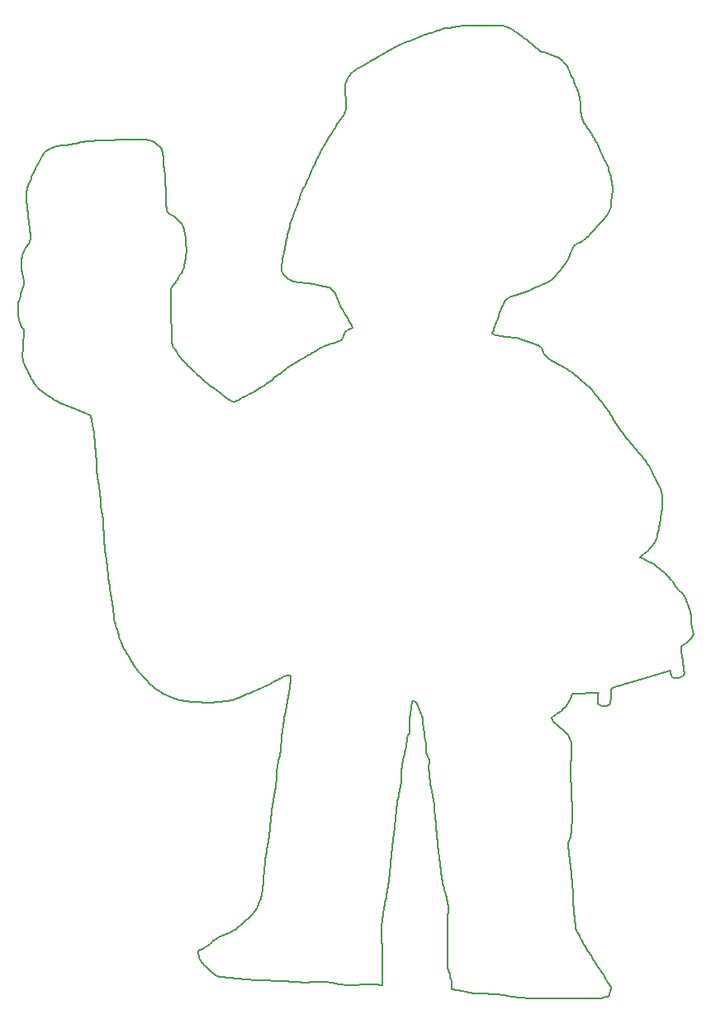
<source format=gm1>
G04 #@! TF.GenerationSoftware,KiCad,Pcbnew,8.0.4-1.fc40*
G04 #@! TF.CreationDate,2024-09-16T09:24:30-07:00*
G04 #@! TF.ProjectId,mrfixit,6d726669-7869-4742-9e6b-696361645f70,rev?*
G04 #@! TF.SameCoordinates,Original*
G04 #@! TF.FileFunction,Profile,NP*
%FSLAX46Y46*%
G04 Gerber Fmt 4.6, Leading zero omitted, Abs format (unit mm)*
G04 Created by KiCad (PCBNEW 8.0.4-1.fc40) date 2024-09-16 09:24:30*
%MOMM*%
%LPD*%
G01*
G04 APERTURE LIST*
G04 #@! TA.AperFunction,Profile*
%ADD10C,0.200000*%
G04 #@! TD*
%ADD11C,0.200000*%
G04 APERTURE END LIST*
D10*
X164618220Y-104704375D02*
X158583845Y-106468265D01*
X157241722Y-106998061D02*
X154522514Y-107055878D01*
D11*
X158123829Y-52911594D02*
X158156495Y-52988918D01*
X125839644Y-64763846D02*
X125637577Y-64683957D01*
X125456084Y-64565201D01*
X125284382Y-64420668D01*
X125231385Y-64373774D01*
X152408795Y-109555468D02*
X152501771Y-109759012D01*
X152625193Y-109931363D01*
X152764739Y-110079240D01*
X152801998Y-110104550D01*
X125231385Y-64373774D02*
X125069418Y-64224037D01*
X124924234Y-64069906D01*
X124807783Y-63898478D01*
X124801382Y-63885707D01*
X130248502Y-136786570D02*
X130034295Y-136736860D01*
X129835985Y-136696328D01*
X129634567Y-136660806D01*
X129528951Y-136646158D01*
D10*
X146446817Y-69911892D02*
X146380700Y-70150242D01*
D11*
X122624133Y-136471803D02*
X122389294Y-136470201D01*
X122187449Y-136465072D01*
X121968201Y-136452679D01*
X121756443Y-136425115D01*
X121742189Y-136421998D01*
X119993112Y-131244023D02*
X120155975Y-131114372D01*
X120313434Y-130980861D01*
X120465662Y-130848091D01*
X120575196Y-130750469D01*
X158392426Y-136944055D02*
X158519671Y-137107899D01*
X158518609Y-137326995D01*
X158454885Y-137557762D01*
X158428545Y-137645542D01*
X135048109Y-130492418D02*
X135029855Y-130727129D01*
X135019751Y-130931904D01*
X135012706Y-131154940D01*
X135008708Y-131390499D01*
X135007743Y-131632845D01*
X135009799Y-131876240D01*
X135014862Y-132114947D01*
X135022920Y-132343228D01*
X135033959Y-132555347D01*
X135053295Y-132803115D01*
X98148508Y-63870425D02*
X98100181Y-63651488D01*
X98072640Y-63446548D01*
X98057038Y-63229630D01*
X98053719Y-63008677D01*
X98063025Y-62791629D01*
X98085300Y-62586428D01*
X98091342Y-62547509D01*
X161989490Y-92654295D02*
X161824330Y-92781822D01*
X161653800Y-92924213D01*
X161515596Y-93071691D01*
X161513887Y-93095509D01*
X123285846Y-122784307D02*
X123333751Y-122537222D01*
X123374457Y-122320951D01*
X123419221Y-122067906D01*
X123455235Y-121839357D01*
X123484810Y-121617997D01*
X123510258Y-121386521D01*
X123533892Y-121127623D01*
X123551818Y-120905042D01*
X123571000Y-120650000D01*
X98227038Y-69604144D02*
X98108722Y-69433674D01*
X98013256Y-69236368D01*
X97924589Y-69000656D01*
X97861042Y-68791879D01*
X97806115Y-68571288D01*
X97761708Y-68344556D01*
X97729718Y-68117355D01*
X154574322Y-61487578D02*
X154501521Y-61684554D01*
X154414777Y-61897030D01*
X154318778Y-62114867D01*
X154218213Y-62327926D01*
X154117770Y-62526067D01*
X154004004Y-62729869D01*
X153986286Y-62759098D01*
D10*
X119521707Y-77001336D02*
X119813222Y-77138708D01*
D11*
X166930404Y-101170566D02*
X166781605Y-101352640D01*
X166634024Y-101494718D01*
X166463267Y-101645401D01*
X166287644Y-101788403D01*
X166125463Y-101907439D01*
X166042224Y-101960582D01*
X113082815Y-57715845D02*
X113234544Y-57852621D01*
X113404213Y-57957532D01*
D10*
X145348222Y-38573721D02*
X147417023Y-38565326D01*
D11*
X108827039Y-102862200D02*
X108710085Y-102672096D01*
X108599261Y-102475713D01*
X108499573Y-102287422D01*
X108399557Y-102087794D01*
X108385366Y-102058574D01*
X138599717Y-108081519D02*
X138443846Y-107938495D01*
X138262541Y-107831518D01*
X138156540Y-107826552D01*
D10*
X146380700Y-70150242D02*
X146475527Y-70198128D01*
D11*
X156936065Y-134690496D02*
X157055247Y-134893123D01*
X157177503Y-135087287D01*
X157304672Y-135275682D01*
X157438594Y-135461001D01*
X157581107Y-135645937D01*
X157630839Y-135707964D01*
X120976467Y-136335604D02*
X120757786Y-136319845D01*
X120547875Y-136303100D01*
X120332685Y-136284690D01*
X120126866Y-136265866D01*
X119918134Y-136245055D01*
X165596594Y-96538389D02*
X165767242Y-96675162D01*
X165897742Y-96837334D01*
X166022235Y-97025220D01*
X166049608Y-97072892D01*
X105806907Y-83978750D02*
X105798387Y-83753923D01*
X105788377Y-83531317D01*
X105777410Y-83320257D01*
X105763742Y-83095357D01*
X105748260Y-82892460D01*
X105740173Y-82814584D01*
X141767415Y-131229344D02*
X141763986Y-131000755D01*
X141762754Y-130788656D01*
X141764408Y-130542762D01*
X141769737Y-130313494D01*
X141778876Y-130095779D01*
X141791957Y-129884539D01*
X141805353Y-129716798D01*
X98203095Y-72127677D02*
X98211505Y-71925576D01*
X98222960Y-71657999D01*
X98233299Y-71428725D01*
X98245885Y-71174083D01*
X98257775Y-70967069D01*
X98272782Y-70757464D01*
X98292902Y-70547892D01*
X98313118Y-70381411D01*
X154434479Y-113506192D02*
X154427668Y-113829717D01*
X154421889Y-114126563D01*
X154417154Y-114398746D01*
X154413480Y-114648284D01*
X154410881Y-114877192D01*
X154409372Y-115087490D01*
X154409186Y-115372453D01*
X154411537Y-115626888D01*
X154416477Y-115857603D01*
X154424055Y-116071405D01*
X154434323Y-116275102D01*
X154447331Y-116475504D01*
X154457551Y-116610636D01*
X163693028Y-88692284D02*
X163652003Y-88899245D01*
X163615739Y-89110776D01*
X163590290Y-89270348D01*
X118789244Y-107861874D02*
X118581041Y-107881567D01*
X118365148Y-107905268D01*
X118171883Y-107931797D01*
X158687365Y-55474237D02*
X158673508Y-55676520D01*
X158644892Y-55885875D01*
X158618008Y-56031186D01*
X161513887Y-93095509D02*
X161705691Y-93191497D01*
X161893076Y-93279956D01*
X161934422Y-93299214D01*
X111486720Y-50440855D02*
X111701519Y-50550582D01*
X111896404Y-50675441D01*
X112071085Y-50815159D01*
X112225271Y-50969467D01*
X112358675Y-51138094D01*
X112471006Y-51320769D01*
X112509974Y-51397712D01*
X114358138Y-64083272D02*
X114240098Y-64251226D01*
X114133535Y-64424435D01*
X114038759Y-64613608D01*
X114026720Y-64661257D01*
X154522514Y-107055878D02*
X154461602Y-107309259D01*
X154381340Y-107549285D01*
X154280258Y-107777750D01*
X154156888Y-107996451D01*
X154009761Y-108207183D01*
X153837409Y-108411741D01*
X153638363Y-108611921D01*
X153411155Y-108809519D01*
X153243312Y-108940702D01*
X153061864Y-109072068D01*
X152866377Y-109204148D01*
X152656416Y-109337475D01*
X124324809Y-114352917D02*
X124374709Y-114157278D01*
X124439670Y-113899141D01*
X124493822Y-113677834D01*
X124551265Y-113429245D01*
X124594426Y-113220204D01*
X124632589Y-112991944D01*
X124658347Y-112773390D01*
X124677209Y-112535605D01*
X124680639Y-112483194D01*
X113989326Y-72037231D02*
X114089004Y-72215315D01*
X114195713Y-72385474D01*
X114312090Y-72550898D01*
X114440773Y-72714777D01*
X114584397Y-72880302D01*
X114745602Y-73050663D01*
X114927023Y-73229049D01*
X115077942Y-73370026D01*
X115131298Y-73418653D01*
X130003923Y-71156254D02*
X130231971Y-71092142D01*
X130454107Y-71018978D01*
X130653652Y-70933567D01*
X130837974Y-70813505D01*
X130915516Y-70737109D01*
X154330763Y-43403640D02*
X154411936Y-43599873D01*
X154499690Y-43792665D01*
X154507494Y-43809335D01*
X106339656Y-88659002D02*
X106292324Y-88444909D01*
X106256315Y-88222935D01*
X106236317Y-88011327D01*
X106224668Y-87790626D01*
X106218449Y-87612363D01*
X99763558Y-75687820D02*
X99625423Y-75532286D01*
X99500020Y-75374654D01*
X99377282Y-75199282D01*
X99247139Y-74990528D01*
X99130928Y-74788980D01*
X99033331Y-74612410D01*
X98924369Y-74410309D01*
X98844341Y-74259723D01*
X113739195Y-58168634D02*
X113901235Y-58288742D01*
X113920105Y-58296536D01*
X154102142Y-122510463D02*
X154122354Y-122719095D01*
X154147841Y-122937163D01*
X154175081Y-123160012D01*
X154199999Y-123358472D01*
X154227077Y-123569681D01*
X154241249Y-123678569D01*
X131290722Y-45750241D02*
X131259298Y-45543317D01*
X131246056Y-45320727D01*
X131250207Y-45088873D01*
X131270964Y-44854157D01*
X131307538Y-44622983D01*
X131359140Y-44401751D01*
X131424984Y-44196866D01*
X131504280Y-44014729D01*
X127749777Y-72196833D02*
X127938188Y-72083160D01*
X128113782Y-71978965D01*
X128356177Y-71839037D01*
X128577546Y-71716825D01*
X128782573Y-71610165D01*
X128975945Y-71516894D01*
X129162350Y-71434848D01*
X129408152Y-71339176D01*
X129661008Y-71254486D01*
X129861962Y-71195090D01*
X130003923Y-71156254D01*
D10*
X139868281Y-114266197D02*
X139926476Y-113955635D01*
D11*
X98716164Y-57697867D02*
X98704071Y-57491483D01*
X98684986Y-57286026D01*
X98663187Y-57084711D01*
X98645609Y-56938342D01*
X103690331Y-50637357D02*
X103958895Y-50581672D01*
X104194591Y-50534956D01*
X104406144Y-50496226D01*
X104665735Y-50455315D01*
X104918589Y-50424531D01*
X105185385Y-50401551D01*
X105407070Y-50388036D01*
X105656952Y-50376622D01*
X105943754Y-50366325D01*
X106159775Y-50359598D01*
X120025798Y-77084246D02*
X120221142Y-77011955D01*
X120407154Y-76914130D01*
X120440253Y-76892695D01*
X105401405Y-79614252D02*
X105352751Y-79403396D01*
X105309900Y-79194691D01*
X105271468Y-78982110D01*
X105263091Y-78928585D01*
X156652175Y-59689932D02*
X156505267Y-59856359D01*
X156361521Y-60009999D01*
X156219762Y-60151789D01*
X156031807Y-60324022D01*
X155842505Y-60479064D01*
X155649067Y-60619131D01*
X155448705Y-60746440D01*
X155238632Y-60863206D01*
X155073028Y-60945195D01*
X166551139Y-98316582D02*
X166600344Y-98433319D01*
X155408646Y-46919377D02*
X155420828Y-47147116D01*
X155433360Y-47350064D01*
X155454986Y-47614140D01*
X155482988Y-47838219D01*
X155536038Y-48091139D01*
X155614332Y-48312234D01*
X155725819Y-48523950D01*
X155878448Y-48748734D01*
X156024702Y-48939401D01*
X156201923Y-49159515D01*
X127997472Y-53088273D02*
X128101321Y-52857259D01*
X128204929Y-52631831D01*
X128308772Y-52411102D01*
X128413331Y-52194183D01*
X128519085Y-51980188D01*
X128626512Y-51768228D01*
X128736091Y-51557416D01*
X128848301Y-51346864D01*
X128963621Y-51135684D01*
X129082529Y-50922989D01*
X129205506Y-50707890D01*
X129333029Y-50489502D01*
X129465578Y-50266934D01*
X129603632Y-50039301D01*
X129747669Y-49805714D01*
X129898169Y-49565286D01*
X157630839Y-135707964D02*
X157745480Y-135873022D01*
X157860483Y-136062912D01*
X157963280Y-136247490D01*
X158010789Y-136338562D01*
X106091922Y-86254167D02*
X106059972Y-86028770D01*
X106031751Y-85818977D01*
X106005535Y-85609963D01*
X105984424Y-85403322D01*
X105983824Y-85386566D01*
X142189616Y-136983531D02*
X142181840Y-136757178D01*
X142156049Y-136547603D01*
X142107129Y-136319980D01*
X142055328Y-136116882D01*
X141984593Y-135855089D01*
X141917269Y-135611142D01*
X141891854Y-135519502D01*
X141805353Y-129716798D02*
X141821382Y-129516290D01*
X141834757Y-129278366D01*
X141838292Y-129065413D01*
X141827709Y-128819961D01*
X141799068Y-128580349D01*
X141762152Y-128380478D01*
X141711961Y-128163111D01*
X141665148Y-127982927D01*
X142848664Y-38646243D02*
X143049938Y-38630072D01*
X143143362Y-38613586D01*
X156329883Y-133720356D02*
X156459152Y-133919346D01*
X156568851Y-134091115D01*
X156695595Y-134292743D01*
X156809073Y-134476785D01*
X156913505Y-134651356D01*
X156936065Y-134690496D01*
X157623270Y-51787710D02*
X157707439Y-51976037D01*
X157799163Y-52176408D01*
X157885600Y-52362499D01*
X157927278Y-52451219D01*
X156707467Y-76097509D02*
X156948627Y-76394073D01*
X157162488Y-76657642D01*
X157351383Y-76891365D01*
X157517646Y-77098390D01*
X157663613Y-77281864D01*
X157791618Y-77444937D01*
X157955051Y-77658178D01*
X158091199Y-77843223D01*
X158207941Y-78010697D01*
X158347025Y-78225027D01*
X158484289Y-78452193D01*
X158597277Y-78646142D01*
X113725743Y-71631535D02*
X113850201Y-71801641D01*
X113956953Y-71978018D01*
X113989326Y-72037231D01*
X139551172Y-112516370D02*
X139544841Y-112298832D01*
X139531350Y-112076744D01*
X139502189Y-111869907D01*
X139465400Y-111727726D01*
D10*
X116205016Y-133420554D02*
X116673397Y-133191568D01*
D11*
X158597277Y-78646142D02*
X158741052Y-78889456D01*
X158891450Y-79133596D01*
X159047862Y-79377705D01*
X159209678Y-79620926D01*
X159376289Y-79862403D01*
X159547086Y-80101278D01*
X159721461Y-80336695D01*
X159898803Y-80567797D01*
X160078506Y-80793727D01*
X160259958Y-81013629D01*
X160381598Y-81156458D01*
X110677998Y-105445277D02*
X110543176Y-105285813D01*
X110406871Y-105137078D01*
X110396381Y-105125999D01*
X151097226Y-41034431D02*
X151280549Y-41159456D01*
X151464978Y-41243116D01*
X151663325Y-41314773D01*
X151824497Y-41364333D01*
X107561542Y-99342223D02*
X107546505Y-99132193D01*
X107526122Y-98896119D01*
X107501829Y-98646838D01*
X107475066Y-98397187D01*
X107447270Y-98160000D01*
X107419882Y-97948115D01*
X107388409Y-97738393D01*
X107372079Y-97651594D01*
X155548529Y-132419343D02*
X155652330Y-132627391D01*
X155768020Y-132825626D01*
X155882643Y-133015201D01*
X156011683Y-133223661D01*
X156150343Y-133443016D01*
X156293822Y-133665274D01*
X156329883Y-133720356D01*
X154927488Y-44758438D02*
X155006735Y-44942091D01*
X155075722Y-45133364D01*
X155146380Y-45356451D01*
X155192852Y-45508266D01*
X137662830Y-40200901D02*
X137864547Y-40153138D01*
X138039023Y-40112036D01*
X158428545Y-137645542D02*
X158372950Y-137839345D01*
X158335475Y-138000404D01*
X121634457Y-129869999D02*
X121768545Y-129714828D01*
X121907435Y-129527656D01*
X122046743Y-129316246D01*
X122182081Y-129088365D01*
X122278343Y-128911315D01*
X122396184Y-128673292D01*
X122497996Y-128440150D01*
X122579394Y-128219656D01*
X122596040Y-128167419D01*
X163308618Y-94088220D02*
X163468830Y-94230079D01*
X163624191Y-94360062D01*
X163791234Y-94493132D01*
X163821179Y-94516009D01*
X149587125Y-39820348D02*
X149750277Y-39937269D01*
X149869348Y-40033070D01*
X130335523Y-48865453D02*
X130450141Y-48682847D01*
X130563820Y-48506389D01*
X130686633Y-48319021D01*
X130811662Y-48131214D01*
X130931990Y-47953440D01*
X131060439Y-47768098D01*
X110463664Y-50233735D02*
X110669564Y-50250723D01*
X110874416Y-50271248D01*
X111090662Y-50304223D01*
X111286129Y-50357908D01*
X111486720Y-50440855D01*
X143143362Y-38613586D02*
X143359398Y-38600681D01*
X143573819Y-38594554D01*
X143847118Y-38588863D01*
X144085290Y-38584978D01*
X144347679Y-38581500D01*
X144630470Y-38578496D01*
X144929846Y-38576036D01*
X145136761Y-38574732D01*
X145348222Y-38573721D01*
X129898169Y-49565286D02*
X130006333Y-49393320D01*
X130115741Y-49218740D01*
X130229970Y-49035752D01*
X130335523Y-48865453D01*
X130592126Y-66886675D02*
X130505222Y-66659655D01*
X130410346Y-66438328D01*
X130311171Y-66229863D01*
X130211370Y-66041430D01*
X130095955Y-65851851D01*
X129991276Y-65713835D01*
X105909892Y-85051429D02*
X105859780Y-84850742D01*
X105836461Y-84630112D01*
X105822563Y-84385217D01*
X105813752Y-84171054D01*
X105806907Y-83978750D01*
X140873925Y-123507418D02*
X140842514Y-123276262D01*
X140813753Y-123029308D01*
X140788147Y-122793926D01*
X140761097Y-122533078D01*
X140740342Y-122325255D01*
X140719561Y-122110514D01*
X140699091Y-121892029D01*
X140679268Y-121672975D01*
X154172695Y-138330234D02*
X153829042Y-138329802D01*
X153494128Y-138329306D01*
X153169725Y-138328751D01*
X152857606Y-138328143D01*
X152559542Y-138327487D01*
X152277307Y-138326790D01*
X152012673Y-138326058D01*
X151767413Y-138325295D01*
X151543298Y-138324509D01*
X151342102Y-138323705D01*
X151087158Y-138322478D01*
X150843990Y-138320833D01*
X150715475Y-138318830D01*
X165848893Y-105301209D02*
X165678151Y-105408854D01*
X165478058Y-105460984D01*
X165397543Y-105472495D01*
X137876579Y-110701154D02*
X137898601Y-110901428D01*
X137840551Y-111099811D01*
X137804938Y-111163704D01*
X141665148Y-127982927D02*
X141586315Y-127689082D01*
X141516241Y-127425486D01*
X141454172Y-127188296D01*
X141399356Y-126973671D01*
X141351037Y-126777768D01*
X141289093Y-126510615D01*
X141237531Y-126263977D01*
X141193806Y-126024890D01*
X141155375Y-125780386D01*
X141119695Y-125517500D01*
X141084221Y-125223266D01*
X141059431Y-125003292D01*
X141032849Y-124759781D01*
X139391327Y-111200467D02*
X139380790Y-110991555D01*
X139349898Y-110791153D01*
X139318527Y-110666197D01*
X115131298Y-73418653D02*
X115283769Y-73558156D01*
X115458827Y-73720556D01*
X115609022Y-73861196D01*
X115763194Y-74006607D01*
X115916683Y-74152395D01*
X116064833Y-74294167D01*
X116235417Y-74459042D01*
X116266859Y-74489686D01*
X154091524Y-111331957D02*
X154196593Y-111506972D01*
X154294804Y-111686779D01*
X154377774Y-111861124D01*
X119918134Y-136245055D02*
X119708875Y-136223367D01*
X119501862Y-136202549D01*
X119284918Y-136181207D01*
X119072812Y-136160796D01*
X118851175Y-136140098D01*
X106682691Y-92748600D02*
X106639396Y-92544180D01*
X106613606Y-92314231D01*
X106599126Y-92077458D01*
X106590678Y-91876122D01*
X106582505Y-91631995D01*
X106580435Y-91563473D01*
X105740173Y-82814584D02*
X105715144Y-82587741D01*
X105688961Y-82324594D01*
X105666905Y-82092610D01*
X105643615Y-81840250D01*
X105619848Y-81575882D01*
X105596359Y-81307878D01*
X105573903Y-81044606D01*
X105553237Y-80794436D01*
X105535115Y-80565740D01*
X105524822Y-80429338D01*
X154241249Y-123678569D02*
X154270629Y-123903783D01*
X154297058Y-124107889D01*
X154331820Y-124380507D01*
X154361621Y-124621156D01*
X154387468Y-124839147D01*
X154410370Y-125043795D01*
X154431335Y-125244412D01*
X154451371Y-125450313D01*
X154471485Y-125670811D01*
X154492687Y-125915218D01*
X154515984Y-126192849D01*
X154524390Y-126294386D01*
X154518799Y-119662163D02*
X154519172Y-119911333D01*
X154517514Y-120143247D01*
X154513693Y-120358969D01*
X154507578Y-120559563D01*
X154493812Y-120834422D01*
X154474140Y-121081236D01*
X154448115Y-121303599D01*
X154415292Y-121505106D01*
X154360183Y-121747552D01*
X154291138Y-121967830D01*
X154207102Y-122174461D01*
X139245671Y-110137141D02*
X139236752Y-109935953D01*
X139213899Y-109721291D01*
X139193760Y-109600069D01*
X139799616Y-113713461D02*
X139706603Y-113520325D01*
X139631413Y-113306804D01*
X139590179Y-113108127D01*
X139565437Y-112871200D01*
X139554040Y-112628280D01*
X139551172Y-112516370D01*
X147953556Y-70503063D02*
X148162398Y-70520069D01*
X148378979Y-70542926D01*
X148583907Y-70569244D01*
X148799055Y-70604318D01*
X148835751Y-70611842D01*
X112811549Y-53888596D02*
X112832468Y-54116040D01*
X112840648Y-54327282D01*
X112846186Y-54539938D01*
X112850217Y-54777009D01*
X112851779Y-54927509D01*
X123456674Y-106126103D02*
X123268798Y-106235727D01*
X123087223Y-106333454D01*
X122896399Y-106426081D01*
X122698203Y-106505619D01*
X98091342Y-62547509D02*
X98141388Y-62308459D01*
X98197109Y-62110844D01*
X98264589Y-61912833D01*
X98341814Y-61719289D01*
X98426769Y-61535079D01*
X98540768Y-61325352D01*
X98659765Y-61147310D01*
X98683819Y-61116341D01*
X151628428Y-65052006D02*
X151431173Y-65130164D01*
X151245682Y-65211545D01*
X151051366Y-65306232D01*
X151023561Y-65321239D01*
X106159775Y-50359598D02*
X106395848Y-50352337D01*
X106627219Y-50344852D01*
X106848027Y-50337358D01*
X107052413Y-50330069D01*
X107275873Y-50321573D01*
X107481950Y-50312835D01*
X107588525Y-50307259D01*
X112772543Y-53765124D02*
X112811549Y-53888596D01*
X127732161Y-136644306D02*
X127496511Y-136662766D01*
X127284668Y-136666864D01*
X127035423Y-136664588D01*
X126827240Y-136658797D01*
X126603410Y-136649584D01*
X126366246Y-136637018D01*
X126118058Y-136621168D01*
X125861158Y-136602105D01*
X125597857Y-136579899D01*
X121981883Y-106794618D02*
X121719698Y-106911254D01*
X121445462Y-107029430D01*
X121258912Y-107107919D01*
X121071460Y-107185367D01*
X120884888Y-107261085D01*
X120610576Y-107369908D01*
X120348265Y-107470956D01*
X120103969Y-107561901D01*
X119883701Y-107640415D01*
X119693475Y-107704169D01*
X119496964Y-107762191D01*
X119459522Y-107771303D01*
X157170417Y-107608794D02*
X157188771Y-107400348D01*
X157212606Y-107186294D01*
X157241722Y-106998061D01*
X100011672Y-52314761D02*
X100105173Y-52127704D01*
X100216300Y-51919863D01*
X100343954Y-51715034D01*
X100472720Y-51555951D01*
X100649256Y-51402303D01*
X100831837Y-51286028D01*
X101011626Y-51188878D01*
X166943262Y-100717985D02*
X166976445Y-100923348D01*
X166944892Y-101129161D01*
X166930404Y-101170566D01*
X126443169Y-56727202D02*
X126507147Y-56507163D01*
X126571346Y-56302663D01*
X126636827Y-56106551D01*
X126705414Y-55916641D01*
X126720513Y-55877951D01*
X138039023Y-40112036D02*
X138237416Y-40044218D01*
X138424480Y-39952447D01*
X138457509Y-39932338D01*
X140679268Y-121672975D02*
X140649062Y-121332675D01*
X140620895Y-121015087D01*
X140594642Y-120719161D01*
X140570179Y-120443847D01*
X140547383Y-120188095D01*
X140526130Y-119950854D01*
X140506296Y-119731074D01*
X140487756Y-119527706D01*
X140454068Y-119166003D01*
X140424074Y-118857343D01*
X140396784Y-118593326D01*
X140371208Y-118365550D01*
X140346355Y-118165615D01*
X140308265Y-117899536D01*
X140266230Y-117648843D01*
X140216907Y-117385182D01*
X140178325Y-117188202D01*
X140134028Y-116964456D01*
X140109427Y-116839921D01*
X124397963Y-74383006D02*
X124632676Y-74202069D01*
X124856767Y-74032952D01*
X125072975Y-73873806D01*
X125284040Y-73722780D01*
X125492703Y-73578024D01*
X125701702Y-73437689D01*
X125913779Y-73299924D01*
X126131673Y-73162879D01*
X126358123Y-73024705D01*
X126595870Y-72883552D01*
X126761997Y-72786881D01*
X152656416Y-109337475D02*
X152488357Y-109453911D01*
X152408795Y-109555468D01*
X139318527Y-110666197D02*
X139272095Y-110460333D01*
X139249361Y-110256973D01*
X139245671Y-110137141D01*
X166600344Y-98433319D02*
X166643332Y-98640293D01*
X166675560Y-98787125D01*
X139830527Y-114658209D02*
X139839302Y-114453484D01*
X139868281Y-114266197D01*
X166042224Y-101960582D02*
X165870125Y-102089385D01*
X165750084Y-102251327D01*
X165709158Y-102425357D01*
X123923544Y-117933611D02*
X123973452Y-117654364D01*
X124017540Y-117405751D01*
X124056222Y-117184493D01*
X124089911Y-116987309D01*
X124131991Y-116729503D01*
X124165168Y-116507421D01*
X124197974Y-116247756D01*
X124220752Y-116005696D01*
X124236819Y-115755008D01*
X124246457Y-115545550D01*
X124255583Y-115305417D01*
X107696610Y-99941944D02*
X107630795Y-99743394D01*
X107584519Y-99542603D01*
X107561542Y-99342223D01*
X148645864Y-39141100D02*
X148775217Y-39211952D01*
X98854000Y-58933584D02*
X98826311Y-58720919D01*
X98800480Y-58514747D01*
X98771665Y-58273881D01*
X98747740Y-58060978D01*
X98727040Y-57856341D01*
X98716164Y-57697867D01*
X163755094Y-86674561D02*
X163789698Y-86888420D01*
X163800092Y-87090548D01*
X163796047Y-87297038D01*
X163785321Y-87530726D01*
X163772133Y-87771272D01*
X121742189Y-136421998D02*
X121526295Y-136387822D01*
X121319161Y-136364452D01*
X121119628Y-136346234D01*
X120976467Y-136335604D01*
X149833550Y-138270872D02*
X149603818Y-138258260D01*
X149389903Y-138244541D01*
X149127381Y-138224303D01*
X148888407Y-138201559D01*
X148670369Y-138176005D01*
X148470653Y-138147333D01*
X148242795Y-138106645D01*
X148034383Y-138060010D01*
X149869348Y-40033070D02*
X150030716Y-40168438D01*
X150208104Y-40312981D01*
X150364817Y-40439462D01*
X150503829Y-40550919D01*
X108978230Y-103109144D02*
X108870952Y-102931113D01*
X108827039Y-102862200D01*
X116673397Y-133191568D02*
X116880024Y-133088108D01*
X117060738Y-132986338D01*
X117234795Y-132862571D01*
X117401863Y-132718027D01*
X117519148Y-132609485D01*
X163772133Y-87771272D02*
X163759972Y-87970922D01*
X163744110Y-88196886D01*
X163725239Y-88425621D01*
X163703076Y-88633335D01*
X163693028Y-88692284D01*
X118851175Y-136140098D02*
X118604665Y-136115798D01*
X118363988Y-136079245D01*
X118167700Y-136020397D01*
X117983051Y-135922723D01*
X117777292Y-135769693D01*
X117575477Y-135596304D01*
X117391408Y-135430977D01*
X117322425Y-135368443D01*
X161934422Y-93299214D02*
X162142060Y-93396775D01*
X162329131Y-93487008D01*
X162549114Y-93597382D01*
X162738652Y-93698242D01*
X162938091Y-93813996D01*
X163131462Y-93942943D01*
X163308618Y-94088220D01*
X119459522Y-107771303D02*
X119255968Y-107807042D01*
X119050776Y-107834459D01*
X118835354Y-107857701D01*
X118789244Y-107861874D01*
X140109427Y-116839921D02*
X140068851Y-116631762D01*
X140022780Y-116386939D01*
X139984977Y-116173320D01*
X139947840Y-115939884D01*
X139920137Y-115731453D01*
X139896619Y-115495763D01*
X139882854Y-115295897D01*
X114026720Y-64661257D02*
X113915277Y-64834800D01*
X113887264Y-64869507D01*
X131309184Y-68244466D02*
X131188724Y-68059640D01*
X131077308Y-67879577D01*
X130974819Y-67704053D01*
X130859080Y-67490689D01*
X130756872Y-67283630D01*
X130667964Y-67082437D01*
X130592126Y-66886675D01*
X151051009Y-71358853D02*
X151229410Y-71471315D01*
X151379801Y-71620128D01*
X151481400Y-71806603D01*
X151492199Y-71842535D01*
D10*
X124709920Y-63698766D02*
X124782810Y-63052581D01*
D11*
X162956703Y-91616319D02*
X162819809Y-91778550D01*
X162733892Y-91898132D01*
X123022064Y-124689304D02*
X123046974Y-124469084D01*
X123068511Y-124258917D01*
X123088821Y-124045884D01*
X123092835Y-124001388D01*
X156201923Y-49159515D02*
X156323739Y-49318481D01*
X156359940Y-49379274D01*
X114996883Y-107841257D02*
X114758403Y-107802675D01*
X114522892Y-107756946D01*
X114290542Y-107704153D01*
X114061547Y-107644377D01*
X113836100Y-107577701D01*
X113614392Y-107504207D01*
X113396619Y-107423977D01*
X113182971Y-107337094D01*
X112973643Y-107243640D01*
X112768827Y-107143697D01*
X112568716Y-107037347D01*
X112373504Y-106924673D01*
X112183382Y-106805757D01*
X111998545Y-106680681D01*
X111819184Y-106549528D01*
X111645494Y-106412380D01*
X165150044Y-96044182D02*
X165264992Y-96210323D01*
X165395129Y-96372142D01*
X165543667Y-96514512D01*
X165596594Y-96538389D01*
X162580156Y-84031598D02*
X162675469Y-84228282D01*
X162766878Y-84413586D01*
X162856249Y-84593424D01*
X162949933Y-84780797D01*
X162981161Y-84842988D01*
X166675560Y-98787125D02*
X166706726Y-98988815D01*
X166728576Y-99192946D01*
X166748197Y-99425938D01*
X166761744Y-99633376D01*
X166765359Y-99701763D01*
X158411662Y-108122482D02*
X158240014Y-108239480D01*
X158043855Y-108298160D01*
X157823912Y-108321025D01*
X157603162Y-108307585D01*
X157404580Y-108257349D01*
X157227895Y-108147803D01*
X148034383Y-138060010D02*
X147823597Y-138013060D01*
X147612069Y-137972981D01*
X147505217Y-137955785D01*
X113568820Y-71424544D02*
X113689997Y-71591152D01*
X113725743Y-71631535D01*
X127263946Y-64965207D02*
X127035473Y-64945756D01*
X126834461Y-64927529D01*
X126604483Y-64904468D01*
X126369126Y-64876364D01*
X126146599Y-64841359D01*
X125942219Y-64794889D01*
X125839644Y-64763846D01*
X163602115Y-86131541D02*
X163669035Y-86331411D01*
X163724010Y-86534940D01*
X163755094Y-86674561D01*
D10*
X139926476Y-113955635D02*
X139799616Y-113713461D01*
D11*
X141791809Y-134231865D02*
X141794855Y-134000387D01*
X141797024Y-133786241D01*
X141798235Y-133579845D01*
X141798412Y-133371620D01*
X141797478Y-133151983D01*
X141795353Y-132911354D01*
X141791960Y-132640152D01*
X141788955Y-132437635D01*
X141785329Y-132214432D01*
X141781059Y-131967706D01*
X141776122Y-131694617D01*
X141770494Y-131392326D01*
X141767415Y-131229344D01*
X156718977Y-49996635D02*
X156848566Y-50212714D01*
X156962279Y-50408947D01*
X157065690Y-50596372D01*
X157164372Y-50786026D01*
X157263898Y-50988948D01*
X157369840Y-51216177D01*
X157456861Y-51409191D01*
X157552978Y-51626743D01*
X157623270Y-51787710D01*
X98683819Y-61116341D02*
X98813360Y-60944171D01*
X98928990Y-60771031D01*
X98967057Y-60703328D01*
X165397543Y-105472495D02*
X165183659Y-105491814D01*
X164983507Y-105478416D01*
X164798026Y-105393246D01*
X164785919Y-105383328D01*
X158373461Y-57502228D02*
X158262000Y-57678008D01*
X158177672Y-57837848D01*
X132184799Y-43190543D02*
X132369638Y-43075400D01*
X132554511Y-42970438D01*
X132736037Y-42871841D01*
X132868231Y-42802528D01*
X136427951Y-119909088D02*
X136407266Y-120163851D01*
X136388399Y-120388372D01*
X136370786Y-120587781D01*
X136348281Y-120823469D01*
X136325673Y-121035803D01*
X136301627Y-121236949D01*
X136274812Y-121439071D01*
X136243892Y-121654335D01*
X136217208Y-121831725D01*
X97906117Y-66516258D02*
X97974174Y-66322124D01*
X98022182Y-66122484D01*
X98029188Y-66075285D01*
X140869369Y-39046395D02*
X141081033Y-38972938D01*
X141281554Y-38911860D01*
X141507794Y-38854834D01*
X141718713Y-38815472D01*
X141945951Y-38791760D01*
X142037277Y-38788887D01*
X141032849Y-124759781D02*
X141008332Y-124539838D01*
X140981831Y-124314166D01*
X140954619Y-124092798D01*
X140927970Y-123885767D01*
X140898525Y-123670379D01*
X140873925Y-123507418D01*
X166519929Y-98236159D02*
X166551139Y-98316582D01*
X128322279Y-65156057D02*
X128093573Y-65100883D01*
X127883186Y-65055442D01*
X127655666Y-65013788D01*
X127441537Y-64983301D01*
X127263946Y-64965207D01*
X114199454Y-58549565D02*
X114345238Y-58708183D01*
X114466757Y-58869320D01*
X114568276Y-59041770D01*
X114654064Y-59234327D01*
X114728387Y-59455784D01*
X114782457Y-59659667D01*
X114821302Y-59831120D01*
X122845317Y-126664861D02*
X122864662Y-126420756D01*
X122884073Y-126181679D01*
X122903329Y-125950109D01*
X122922208Y-125728521D01*
X122940488Y-125519394D01*
X122963547Y-125264223D01*
X122984621Y-125041482D01*
X123007374Y-124817606D01*
X123022064Y-124689304D01*
X106442272Y-89540946D02*
X106439161Y-89321943D01*
X106425525Y-89116845D01*
X106391610Y-88894572D01*
X106347447Y-88691903D01*
X106339656Y-88659002D01*
X161092721Y-82020765D02*
X161220187Y-82179405D01*
X161354753Y-82348715D01*
X161444229Y-82461738D01*
X162981161Y-84842988D02*
X163107574Y-85094571D01*
X163212489Y-85303767D01*
X163323356Y-85525928D01*
X163423822Y-85730087D01*
X163514540Y-85922657D01*
X163593309Y-86109441D01*
X163602115Y-86131541D01*
X148115753Y-66435878D02*
X147916666Y-66547602D01*
X147769469Y-66689302D01*
X147625253Y-66879169D01*
X147508109Y-67073233D01*
X147416817Y-67251395D01*
X147349967Y-67398125D01*
X118615139Y-76365127D02*
X118767685Y-76495538D01*
X118928949Y-76628522D01*
X119092383Y-76753227D01*
X119263195Y-76865800D01*
X119465473Y-76974385D01*
X119521707Y-77001336D01*
X166765359Y-99701763D02*
X166777193Y-99924389D01*
X166792919Y-100148849D01*
X166824091Y-100348002D01*
X166852957Y-100390839D01*
X116266859Y-74489686D02*
X116431407Y-74649255D01*
X116579797Y-74790437D01*
X116760610Y-74956699D01*
X116932128Y-75106165D01*
X117105453Y-75247916D01*
X117291691Y-75391032D01*
X117501945Y-75544595D01*
X117682075Y-75672085D01*
X117886645Y-75814391D01*
X116379673Y-134326450D02*
X116284704Y-134140630D01*
X116240617Y-133932629D01*
X116227143Y-133762004D01*
X98703800Y-55209731D02*
X98776999Y-54996682D01*
X98869580Y-54748346D01*
X98976643Y-54475982D01*
X99053645Y-54286618D01*
X99133456Y-54094915D01*
X99214624Y-53904210D01*
X99295697Y-53717840D01*
X99413956Y-53453710D01*
X99523838Y-53218098D01*
X99620447Y-53022266D01*
X99720143Y-52842497D01*
X99754248Y-52794980D01*
X98844341Y-74259723D02*
X98736094Y-74053936D01*
X98640048Y-73868166D01*
X98517397Y-73622192D01*
X98418446Y-73408784D01*
X98340946Y-73220461D01*
X98267092Y-72995453D01*
X98222037Y-72784008D01*
X98200449Y-72568389D01*
X98196995Y-72330864D01*
X98203095Y-72127677D01*
D10*
X142195913Y-137371585D02*
X142189616Y-136983531D01*
D11*
X120440253Y-76892695D02*
X120614969Y-76788092D01*
X120802915Y-76684503D01*
X120990725Y-76584665D01*
X121190751Y-76481384D01*
X121291663Y-76430452D01*
X166025812Y-104988167D02*
X165980304Y-105190117D01*
X165848893Y-105301209D01*
X129528951Y-136646158D02*
X129281233Y-136625655D01*
X129044739Y-136614609D01*
X128789010Y-136608342D01*
X128527732Y-136606868D01*
X128274593Y-136610204D01*
X128043279Y-136618365D01*
X127805677Y-136635376D01*
X127732161Y-136644306D01*
X125705087Y-105203612D02*
X125495079Y-105206705D01*
X125292689Y-105233177D01*
X120575196Y-130750469D02*
X120733895Y-130610519D01*
X120897836Y-130470928D01*
X121052381Y-130343828D01*
X121213721Y-130218296D01*
X121241050Y-130198522D01*
X113444637Y-65546118D02*
X113407031Y-65757647D01*
X113399411Y-65972189D01*
X113398319Y-66236097D01*
X113400287Y-66502613D01*
X113402877Y-66718221D01*
X113406461Y-66967453D01*
X113411012Y-67253121D01*
X113416506Y-67578035D01*
X113422918Y-67945008D01*
D10*
X154377774Y-111861124D02*
X154465465Y-112077442D01*
D11*
X101011626Y-51188878D02*
X101225629Y-51087484D01*
X101438447Y-51007009D01*
X101660978Y-50944563D01*
X101861704Y-50904210D01*
X102083053Y-50872698D01*
X102279220Y-50852729D01*
X129991276Y-65713835D02*
X129849851Y-65568332D01*
X129682747Y-65450068D01*
X129481132Y-65383629D01*
X129265148Y-65350094D01*
X155192852Y-45508266D02*
X155255849Y-45722544D01*
X155311034Y-45942834D01*
X155349335Y-46158147D01*
X155372470Y-46360676D01*
X155391140Y-46607226D01*
X155405079Y-46850663D01*
X155408646Y-46919377D01*
X148775217Y-39211952D02*
X148945268Y-39341825D01*
X149110356Y-39464922D01*
X125107044Y-61246965D02*
X125149383Y-61005171D01*
X125197038Y-60756525D01*
X125249488Y-60502877D01*
X125306215Y-60246076D01*
X125366702Y-59987970D01*
X125430429Y-59730410D01*
X125496878Y-59475244D01*
X125565530Y-59224321D01*
X125635868Y-58979491D01*
X125707372Y-58742603D01*
X125779525Y-58515507D01*
X125851808Y-58300050D01*
X125923702Y-58098084D01*
X126029680Y-57824472D01*
X126131868Y-57591615D01*
X151023561Y-65321239D02*
X150816368Y-65431271D01*
X150598864Y-65536511D01*
X150353877Y-65643540D01*
X150141773Y-65728944D01*
X149897309Y-65821834D01*
X149613239Y-65924986D01*
X149398280Y-66000826D01*
X149160354Y-66083283D01*
X148897313Y-66173181D01*
X148607012Y-66271343D01*
X148287304Y-66378590D01*
X148115753Y-66435878D01*
X113404213Y-57957532D02*
X113589001Y-58061070D01*
X113739195Y-58168634D01*
X112624283Y-52297295D02*
X112635994Y-52527468D01*
X112651103Y-52759478D01*
X112668414Y-52978647D01*
X112689798Y-53198530D01*
X112710655Y-53357648D01*
X166049608Y-97072892D02*
X166154567Y-97281725D01*
X166251746Y-97497674D01*
X166346931Y-97724964D01*
X166429975Y-97938496D01*
X166499314Y-98141237D01*
X166519929Y-98236159D01*
D10*
X154465465Y-112077442D02*
X154434479Y-113506192D01*
D11*
X158532362Y-54129832D02*
X158572284Y-54336432D01*
X158605392Y-54556434D01*
X158635812Y-54797894D01*
X158661164Y-55040162D01*
X158679067Y-55262590D01*
X158687365Y-55474237D01*
X133729360Y-42326473D02*
X133993359Y-42166814D01*
X134243312Y-42016399D01*
X134479975Y-41874796D01*
X134704110Y-41741573D01*
X134916474Y-41616297D01*
X135117826Y-41498536D01*
X135308926Y-41387858D01*
X135490532Y-41283832D01*
X135746802Y-41139317D01*
X135985980Y-41007337D01*
X136210628Y-40886431D01*
X136423308Y-40775143D01*
X136626582Y-40672013D01*
X136692693Y-40639198D01*
X114917251Y-60236814D02*
X114940012Y-60441762D01*
X114952512Y-60655289D01*
X114961681Y-60874320D01*
X114968658Y-61113187D01*
X114969558Y-61154036D01*
X156082379Y-75462510D02*
X156246021Y-75611897D01*
X156397096Y-75759838D01*
X156541137Y-75909234D01*
X156679515Y-76063848D01*
X156707467Y-76097509D01*
X161993201Y-83140992D02*
X162141296Y-83324847D01*
X162266276Y-83492486D01*
X162389545Y-83677692D01*
X162496102Y-83863205D01*
X162580156Y-84031598D01*
X155073028Y-60945195D02*
X154881621Y-61042873D01*
X154708737Y-61152820D01*
X154684775Y-61179209D01*
X157927278Y-52451219D02*
X158012294Y-52635739D01*
X158095268Y-52828392D01*
X158123829Y-52911594D01*
D10*
X157771029Y-138247224D02*
X157541725Y-138334070D01*
D11*
X152587966Y-73009895D02*
X152821959Y-73129947D01*
X153047017Y-73248616D01*
X153263439Y-73366099D01*
X153471525Y-73482593D01*
X153671578Y-73598295D01*
X153863897Y-73713404D01*
X154048782Y-73828116D01*
X154226535Y-73942629D01*
X154397455Y-74057141D01*
X154561845Y-74171848D01*
X154796840Y-74344709D01*
X155018830Y-74519121D01*
X155228830Y-74695752D01*
X155427855Y-74875267D01*
X149110356Y-39464922D02*
X149271241Y-39585575D01*
X149374940Y-39667949D01*
X107372079Y-97651594D02*
X107327348Y-97430917D01*
X107279800Y-97170682D01*
X107230443Y-96877999D01*
X107197031Y-96668363D01*
X107163560Y-96449574D01*
X107130330Y-96223739D01*
X107097639Y-95992966D01*
X107065786Y-95759362D01*
X107035069Y-95525033D01*
X107005786Y-95292089D01*
X106978237Y-95062635D01*
X106952719Y-94838779D01*
X106929532Y-94622628D01*
X106908973Y-94416290D01*
X106899773Y-94317460D01*
X152760593Y-64328958D02*
X152588281Y-64492462D01*
X152427304Y-64628928D01*
X152236580Y-64764988D01*
X152034023Y-64880094D01*
X151845109Y-64967083D01*
X151628428Y-65052006D01*
X132600494Y-136914321D02*
X132395283Y-136939523D01*
X132186698Y-136955755D01*
X131964398Y-136958610D01*
X131725599Y-136951054D01*
X131525378Y-136941166D01*
X131409514Y-136934827D01*
D10*
X112901452Y-56736322D02*
X112943309Y-57557358D01*
D11*
X148835751Y-70611842D02*
X149091622Y-70680004D01*
X149305116Y-70744345D01*
X149548489Y-70821178D01*
X149809387Y-70906338D01*
X150075457Y-70995657D01*
X150334346Y-71084970D01*
X150573699Y-71170112D01*
X150781163Y-71246917D01*
X150986824Y-71329155D01*
X151051009Y-71358853D01*
X160381598Y-81156458D02*
X160517008Y-81316137D01*
X160645966Y-81471177D01*
X160782547Y-81638048D01*
X160806728Y-81667988D01*
X163590290Y-89270348D02*
X163551079Y-89517331D01*
X163511659Y-89751520D01*
X163472062Y-89972790D01*
X163432322Y-90181014D01*
X163372520Y-90468613D01*
X163312588Y-90726153D01*
X163252641Y-90953206D01*
X163192795Y-91149349D01*
X163113353Y-91362056D01*
X163015002Y-91548066D01*
X162956703Y-91616319D01*
X126761997Y-72786881D02*
X126943622Y-72680427D01*
X127124371Y-72573095D01*
X127328096Y-72451273D01*
X127505552Y-72344579D01*
X127681555Y-72238222D01*
X127749777Y-72196833D01*
X103902022Y-77999876D02*
X103606056Y-77891414D01*
X103336014Y-77791148D01*
X103089669Y-77698050D01*
X102864794Y-77611087D01*
X102659163Y-77529231D01*
X102470550Y-77451450D01*
X102214670Y-77340168D01*
X101984558Y-77232262D01*
X101772701Y-77124256D01*
X101571584Y-77012672D01*
X101373695Y-76894034D01*
X101171520Y-76764866D01*
X101030645Y-76671186D01*
X139882854Y-115295897D02*
X139868858Y-115073492D01*
X139852559Y-114857844D01*
X139830527Y-114658209D01*
X117322425Y-135368443D02*
X117156979Y-135217714D01*
X116975086Y-135049176D01*
X116830434Y-134909981D01*
X116690373Y-134764410D01*
X116562413Y-134609684D01*
X116435909Y-134420740D01*
X116379673Y-134326450D01*
X129265148Y-65350094D02*
X129060543Y-65317388D01*
X128850583Y-65276402D01*
X128652504Y-65234003D01*
X128451482Y-65187730D01*
X128322279Y-65156057D01*
X146475527Y-70198128D02*
X146675216Y-70285350D01*
X146900866Y-70356686D01*
X147115089Y-70405309D01*
X147358549Y-70445211D01*
X147577790Y-70471562D01*
X147821612Y-70493542D01*
X147953556Y-70503063D01*
X154207102Y-122174461D02*
X154132974Y-122368651D01*
X154102142Y-122510463D01*
X134235799Y-136874547D02*
X133984426Y-136855079D01*
X133771356Y-136841989D01*
X133539925Y-136835055D01*
X133324597Y-136839151D01*
X133101072Y-136854866D01*
X132900018Y-136876201D01*
X132665720Y-136905654D01*
X132600494Y-136914321D01*
X131409514Y-136934827D02*
X131199818Y-136922370D01*
X130981539Y-136906644D01*
X130766784Y-136885358D01*
X130552963Y-136853578D01*
X130344801Y-136809991D01*
X130248502Y-136786570D01*
D10*
X124801382Y-63885707D02*
X124709920Y-63698766D01*
D11*
X166852957Y-100390839D02*
X166907986Y-100558907D01*
X136859129Y-117016308D02*
X136794027Y-117295126D01*
X136736899Y-117553123D01*
X136686753Y-117796960D01*
X136642596Y-118033299D01*
X136603434Y-118268801D01*
X136568275Y-118510129D01*
X136536126Y-118763943D01*
X136505994Y-119036907D01*
X136476886Y-119335681D01*
X136457559Y-119552492D01*
X136437951Y-119785710D01*
X136427951Y-119909088D01*
X154507494Y-43809335D02*
X154599361Y-44008557D01*
X154681604Y-44191780D01*
X154751413Y-44352744D01*
X137962770Y-109078808D02*
X137936434Y-109298134D01*
X137909197Y-109509585D01*
X137880683Y-109711655D01*
X137874727Y-109749088D01*
X138156540Y-107826552D02*
X138105742Y-108044153D01*
X138068009Y-108276503D01*
X138033567Y-108515861D01*
X138005124Y-108730340D01*
X137976719Y-108959908D01*
X137962770Y-109078808D01*
D10*
X150715475Y-138318830D02*
X150715475Y-138318830D01*
D11*
X106498114Y-90328750D02*
X106471641Y-90114499D01*
X106455165Y-89905229D01*
X106444856Y-89690302D01*
X106442272Y-89540946D01*
X125523009Y-106856390D02*
X125561935Y-106594867D01*
X125596843Y-106350825D01*
X125627558Y-106125844D01*
X125653906Y-105921507D01*
X125681942Y-105683904D01*
X125705004Y-105448177D01*
X125713476Y-105245667D01*
X125705087Y-105203612D01*
X137462726Y-112835891D02*
X137395165Y-113095694D01*
X137335742Y-113326379D01*
X137283869Y-113531674D01*
X137218931Y-113800175D01*
X137167675Y-114032535D01*
X137128116Y-114241345D01*
X137098271Y-114439197D01*
X137076156Y-114638681D01*
X137059787Y-114852388D01*
X137047179Y-115092908D01*
X137036349Y-115372832D01*
X137029137Y-115587558D01*
X158177672Y-57837848D02*
X158074066Y-58035889D01*
X157963026Y-58208247D01*
X157831386Y-58375310D01*
X157676591Y-58553395D01*
X157512665Y-58735067D01*
X157361401Y-58900616D01*
X154684775Y-61179209D02*
X154613563Y-61375189D01*
X154574322Y-61487578D01*
X126131868Y-57591615D02*
X126211904Y-57407021D01*
X126285494Y-57215032D01*
X126356646Y-57010593D01*
X126419865Y-56808968D01*
X126443169Y-56727202D01*
D10*
X147417023Y-38565326D02*
X147893149Y-38750932D01*
D11*
X138457509Y-39932338D02*
X138636155Y-39825629D01*
X138824428Y-39727655D01*
X139020438Y-39639245D01*
X139222297Y-39561232D01*
X139428116Y-39494445D01*
X139497277Y-39474822D01*
X131995900Y-69567698D02*
X131926031Y-69356270D01*
X131823556Y-69142116D01*
X131720137Y-68942839D01*
X131604917Y-68732694D01*
X131484592Y-68524585D01*
X131365860Y-68331415D01*
X131309184Y-68244466D01*
X149374940Y-39667949D02*
X149538096Y-39786822D01*
X149587125Y-39820348D01*
D10*
X135102571Y-135104979D02*
X135105217Y-136930593D01*
D11*
X131171720Y-70137057D02*
X131284406Y-69961592D01*
X131441207Y-69835416D01*
X131629351Y-69724152D01*
X131819576Y-69649809D01*
X107588525Y-50307259D02*
X107806290Y-50295244D01*
X108078185Y-50283179D01*
X108282099Y-50275297D01*
X108498937Y-50267677D01*
X108724247Y-50260434D01*
X108953577Y-50253680D01*
X109182472Y-50247530D01*
X109406481Y-50242098D01*
X109621150Y-50237498D01*
X109822026Y-50233843D01*
X110087739Y-50230382D01*
X110297369Y-50229689D01*
X110463664Y-50233735D01*
X105983824Y-85386566D02*
X105948003Y-85177683D01*
X105909892Y-85051429D01*
X111645494Y-106412380D02*
X111472007Y-106260101D01*
X111298102Y-106096428D01*
X111152186Y-105953824D01*
X111009793Y-105810405D01*
X110850200Y-105643424D01*
X110708421Y-105483817D01*
X110677998Y-105445277D01*
X158156495Y-52988918D02*
X158235394Y-53176630D01*
X158304121Y-53373988D01*
X158378696Y-53601606D01*
X158449700Y-53830889D01*
X158507710Y-54033242D01*
X158532362Y-54129832D01*
X158010789Y-136338562D02*
X158113106Y-136529555D01*
X158227433Y-136720348D01*
X158342933Y-136885683D01*
X158392426Y-136944055D01*
X156359940Y-49379274D02*
X156465406Y-49571237D01*
X156579568Y-49764885D01*
X156700573Y-49966275D01*
X156718977Y-49996635D01*
X112710655Y-53357648D02*
X112742646Y-53557088D01*
X112771584Y-53756016D01*
X112772543Y-53765124D01*
X124715958Y-105438514D02*
X124540303Y-105551461D01*
X124353823Y-105652182D01*
X124222068Y-105714083D01*
X154524390Y-126294386D02*
X154542955Y-126511344D01*
X154562028Y-126720121D01*
X154584390Y-126948162D01*
X154607898Y-127165060D01*
X154630451Y-127331076D01*
X106899773Y-94317460D02*
X106876429Y-94063753D01*
X106855414Y-93844458D01*
X106829992Y-93598204D01*
X106806255Y-93395392D01*
X106776817Y-93187527D01*
X106738218Y-92978916D01*
X106691578Y-92782541D01*
X106682691Y-92748600D01*
X126720513Y-55877951D02*
X126806160Y-55669120D01*
X126891616Y-55473957D01*
X126983805Y-55272771D01*
X127078092Y-55071781D01*
X127163964Y-54890769D01*
X127265097Y-54678875D01*
X127383533Y-54431657D01*
X127427210Y-54340634D01*
D10*
X141891854Y-135519502D02*
X141779268Y-135113808D01*
D11*
X132868231Y-42802528D02*
X133064049Y-42699574D01*
X133242206Y-42603265D01*
X133417299Y-42506469D01*
X133601798Y-42401716D01*
X133729360Y-42326473D01*
X163821179Y-94516009D02*
X163992363Y-94653350D01*
X164160285Y-94803944D01*
X164325851Y-94968834D01*
X164489966Y-95149061D01*
X164653536Y-95345667D01*
X164776402Y-95504497D01*
X164899854Y-95673567D01*
X165024273Y-95853315D01*
X165150044Y-96044182D01*
X158583845Y-106468265D02*
X158569940Y-106695642D01*
X158556968Y-106901549D01*
X158539019Y-107172468D01*
X158522550Y-107401032D01*
X158502251Y-107646069D01*
X158478305Y-107868304D01*
X158439237Y-108068578D01*
X158411662Y-108122482D01*
X125106139Y-109186157D02*
X125155567Y-108928687D01*
X125199696Y-108698327D01*
X125238995Y-108492463D01*
X125289907Y-108223881D01*
X125332581Y-107995716D01*
X125379389Y-107739124D01*
X125418095Y-107517800D01*
X125452440Y-107310840D01*
X125486164Y-107097338D01*
X125523009Y-106856390D01*
X114913415Y-62441675D02*
X114877366Y-62672617D01*
X114840340Y-62880719D01*
X114788053Y-63126787D01*
X114730677Y-63342159D01*
X114666295Y-63532496D01*
X114573048Y-63743838D01*
X114462121Y-63935968D01*
X114358138Y-64083272D01*
X147349967Y-67398125D02*
X147271361Y-67599632D01*
X147191602Y-67818340D01*
X147113874Y-68037687D01*
X147046281Y-68232465D01*
X146992422Y-68390413D01*
X153402149Y-110590097D02*
X153574799Y-110742909D01*
X153734986Y-110891839D01*
X153875097Y-111037487D01*
X154001265Y-111196714D01*
X154091524Y-111331957D01*
X161444229Y-82461738D02*
X161578133Y-82629932D01*
X161707592Y-82790938D01*
X161835882Y-82949216D01*
X161965587Y-83107609D01*
X161993201Y-83140992D01*
X154630451Y-127331076D02*
X154649149Y-127546029D01*
X154658305Y-127770375D01*
X154663733Y-127997030D01*
X154666166Y-128199639D01*
X154666585Y-128323634D01*
D10*
X119813222Y-77138708D02*
X120025798Y-77084246D01*
D11*
X108385366Y-102058574D02*
X108295171Y-101858233D01*
X108220555Y-101655897D01*
X108159376Y-101464543D01*
X108100739Y-101268301D01*
X108029901Y-101022819D01*
X107966775Y-100800354D01*
X107943553Y-100718057D01*
D10*
X141779268Y-135113808D02*
X141791809Y-134231865D01*
D11*
X124222068Y-105714083D02*
X124023022Y-105810014D01*
X123821031Y-105917117D01*
X123634573Y-106021415D01*
X123456674Y-106126103D01*
X158618008Y-56031186D02*
X158582237Y-56242009D01*
X158559475Y-56453447D01*
X158546780Y-56673978D01*
X158544657Y-56772020D01*
X105263091Y-78928585D02*
X105227465Y-78729732D01*
X105149291Y-78554136D01*
X127427210Y-54340634D02*
X127512742Y-54158517D01*
X127612560Y-53941660D01*
X127708401Y-53731347D01*
X127810876Y-53504827D01*
X127894564Y-53318683D01*
X127977236Y-53133725D01*
X127997472Y-53088273D01*
X107943553Y-100718057D02*
X107884072Y-100514933D01*
X107817687Y-100300895D01*
X107752498Y-100101410D01*
X107696610Y-99941944D01*
D10*
X116227143Y-133762004D02*
X116205016Y-133420554D01*
D11*
X155427855Y-74875267D02*
X155587713Y-75022238D01*
X155737683Y-75157631D01*
X155894327Y-75297334D01*
X156063064Y-75445712D01*
X156082379Y-75462510D01*
X113887264Y-64869507D02*
X113754503Y-65034371D01*
X113632996Y-65197900D01*
X113521625Y-65374735D01*
X113444637Y-65546118D01*
D10*
X135105217Y-136930593D02*
X135011912Y-136930604D01*
D11*
X125292689Y-105233177D02*
X125079443Y-105269512D01*
X124884056Y-105329181D01*
X124715958Y-105438514D01*
X122596040Y-128167419D02*
X122656110Y-127945160D01*
X122702586Y-127732238D01*
X122745032Y-127498796D01*
X122775599Y-127300208D01*
X122802750Y-127093530D01*
X122826113Y-126881000D01*
X122845317Y-126664861D01*
X146992422Y-68390413D02*
X146924637Y-68588735D01*
X146856286Y-68784830D01*
X146777676Y-69005663D01*
X146707608Y-69197323D01*
X146629689Y-69399138D01*
X146623675Y-69413467D01*
X98176786Y-65546118D02*
X98243390Y-65355520D01*
X98298803Y-65129777D01*
X98323052Y-64904344D01*
X98315890Y-64664669D01*
X98287381Y-64452895D01*
X98238485Y-64215240D01*
X98188360Y-64015532D01*
X98148508Y-63870425D01*
X105524822Y-80429338D02*
X105504711Y-80221805D01*
X105475159Y-80001735D01*
X105439585Y-79791695D01*
X105401405Y-79614252D01*
X158544657Y-56772020D02*
X158538286Y-56985329D01*
X158514809Y-57200011D01*
X158445525Y-57403648D01*
X158373461Y-57502228D01*
X143536467Y-137618716D02*
X143334171Y-137578863D01*
X143133119Y-137539805D01*
X142905435Y-137496247D01*
X142706401Y-137458926D01*
X142493614Y-137420714D01*
X142478133Y-137418128D01*
X97729718Y-68117355D02*
X97714512Y-67872469D01*
X97715847Y-67656140D01*
X97728129Y-67431211D01*
X97750386Y-67206498D01*
X97781648Y-66990819D01*
X97820943Y-66792990D01*
X97879878Y-66584235D01*
X97906117Y-66516258D01*
X150503829Y-40550919D02*
X150668071Y-40682620D01*
X150839741Y-40821260D01*
X151008815Y-40959394D01*
X151097226Y-41034431D01*
X154751413Y-44352744D02*
X154835230Y-44548984D01*
X154918477Y-44738410D01*
X154927488Y-44758438D01*
X135011912Y-136930604D02*
X134796225Y-136917767D01*
X134571878Y-136901216D01*
X134340503Y-136883056D01*
X134235799Y-136874547D01*
X146623675Y-69413467D02*
X146544345Y-69616330D01*
X146476236Y-69814309D01*
X146446817Y-69911892D01*
X139193760Y-109600069D02*
X139144124Y-109387138D01*
X139080820Y-109163855D01*
X139007166Y-108938696D01*
X138926478Y-108720141D01*
X138842072Y-108516667D01*
X138736390Y-108296449D01*
X138617865Y-108104096D01*
X138599717Y-108081519D01*
X124680639Y-112483194D02*
X124695698Y-112257301D01*
X124711489Y-112040294D01*
X124728185Y-111830836D01*
X124745959Y-111627589D01*
X124775018Y-111331437D01*
X124807473Y-111041735D01*
X124843906Y-110753968D01*
X124884900Y-110463622D01*
X124931038Y-110166182D01*
X124964941Y-109961719D01*
X125001563Y-109750759D01*
X125041074Y-109531964D01*
X125083649Y-109303997D01*
X125106139Y-109186157D01*
X139497277Y-39474822D02*
X139715592Y-39414499D01*
X139910468Y-39359254D01*
X140128768Y-39294943D01*
X140328141Y-39233041D01*
X140518416Y-39170477D01*
X140709425Y-39104181D01*
X140869369Y-39046395D01*
X164785919Y-105383328D02*
X164686949Y-105189932D01*
X164651973Y-104969355D01*
X164624563Y-104755556D01*
X164618220Y-104704375D01*
X160806728Y-81667988D02*
X160932886Y-81824294D01*
X161065051Y-81987099D01*
X161092721Y-82020765D01*
X165762424Y-102887569D02*
X165793517Y-103091928D01*
X165826240Y-103318307D01*
X165859570Y-103558550D01*
X165892484Y-103804505D01*
X165923960Y-104048016D01*
X165952976Y-104280931D01*
X165978509Y-104495094D01*
X166005368Y-104737385D01*
X166023988Y-104943542D01*
X166025812Y-104988167D01*
D10*
X157136553Y-108052464D02*
X157170417Y-107608794D01*
D11*
X98313118Y-70381411D02*
X98342328Y-70148477D01*
X98360601Y-69927155D01*
X98317747Y-69716806D01*
X98227038Y-69604144D01*
X130915516Y-70737109D02*
X131025268Y-70568139D01*
X131112615Y-70374376D01*
X131168100Y-70180364D01*
X131171720Y-70137057D01*
X148592948Y-39112894D02*
X148645864Y-39141100D01*
D10*
X157227895Y-108147803D02*
X157136553Y-108052464D01*
X112943309Y-57557358D02*
X113082815Y-57715845D01*
D11*
X142037277Y-38788887D02*
X142241666Y-38767260D01*
X142448602Y-38720960D01*
X142460610Y-38717370D01*
X135986645Y-123860198D02*
X135956356Y-124221587D01*
X135927342Y-124555631D01*
X135899155Y-124865709D01*
X135871348Y-125155197D01*
X135843471Y-125427471D01*
X135815078Y-125685910D01*
X135785721Y-125933890D01*
X135754952Y-126174788D01*
X135722322Y-126411981D01*
X135687385Y-126648847D01*
X135649692Y-126888763D01*
X135608795Y-127135105D01*
X135564246Y-127391250D01*
X135515599Y-127660577D01*
X135462404Y-127946461D01*
X135404215Y-128252281D01*
X154457551Y-116610636D02*
X154474904Y-116857029D01*
X154485792Y-117069802D01*
X154494480Y-117319495D01*
X154499809Y-117543767D01*
X154504320Y-117809709D01*
X154506961Y-118014577D01*
X154509372Y-118244600D01*
X154511606Y-118502432D01*
X154513716Y-118790728D01*
X154515755Y-119112141D01*
X154517777Y-119469326D01*
X154518799Y-119662163D01*
X151824497Y-41364333D02*
X152064048Y-41436316D01*
X152287451Y-41509660D01*
X152495448Y-41584880D01*
X152688782Y-41662494D01*
X152952917Y-41784529D01*
X153188243Y-41914849D01*
X153397269Y-42055196D01*
X153582503Y-42207310D01*
X153746454Y-42372933D01*
X153891632Y-42553806D01*
X154020544Y-42751670D01*
X154135701Y-42968266D01*
X105149291Y-78554136D02*
X104973395Y-78448796D01*
X104772437Y-78351003D01*
X104566384Y-78260145D01*
X104379702Y-78182849D01*
X104176241Y-78102626D01*
X103958431Y-78020555D01*
X103902022Y-77999876D01*
X113920105Y-58296536D02*
X114076444Y-58429212D01*
X114199454Y-58549565D01*
X121291663Y-76430452D02*
X121488766Y-76330644D01*
X121676251Y-76233163D01*
X121856095Y-76136703D01*
X122115854Y-75991081D01*
X122369538Y-75840431D01*
X122623816Y-75680357D01*
X122796959Y-75566234D01*
X122975307Y-75444665D01*
X123160838Y-75314348D01*
X123355527Y-75173979D01*
X123561352Y-75022256D01*
X123780288Y-74857877D01*
X124014312Y-74679538D01*
X124265401Y-74485937D01*
X124397963Y-74383006D01*
X137804938Y-111163704D02*
X137713979Y-111354408D01*
X137648078Y-111566842D01*
X137607519Y-111784980D01*
X137583120Y-112005708D01*
X137573893Y-112130338D01*
X135053295Y-132803115D02*
X135069436Y-133029342D01*
X135078389Y-133231045D01*
X135085915Y-133474360D01*
X135090633Y-133684620D01*
X135094566Y-133919048D01*
X135097718Y-134177971D01*
X135100099Y-134461716D01*
X135101260Y-134664831D01*
X135102083Y-134879219D01*
X135102571Y-135104979D01*
X131348110Y-46566733D02*
X131345381Y-46342845D01*
X131335555Y-46118419D01*
X131315896Y-45905319D01*
X131290722Y-45750241D01*
X117886645Y-75814391D02*
X118059513Y-75936792D01*
X118238541Y-76068490D01*
X118407716Y-76197379D01*
X118568452Y-76325712D01*
X118615139Y-76365127D01*
X101030645Y-76671186D02*
X100809858Y-76522072D01*
X100622692Y-76394450D01*
X100417947Y-76251909D01*
X100254998Y-76133625D01*
X100094440Y-76007741D01*
X99938545Y-75868351D01*
X99790027Y-75716285D01*
X99763558Y-75687820D01*
X124782810Y-63052581D02*
X124807701Y-62849218D01*
X124835933Y-62647322D01*
X124870404Y-62430372D01*
X124907906Y-62231351D01*
X124928300Y-62146050D01*
X118886955Y-131782908D02*
X119112064Y-131690813D01*
X119322680Y-131599271D01*
X119515485Y-131509899D01*
X119718667Y-131407791D01*
X119909606Y-131299282D01*
X119993112Y-131244023D01*
X151492199Y-71842535D02*
X151568559Y-72066858D01*
X151675075Y-72270355D01*
X151815139Y-72456637D01*
X151992142Y-72629320D01*
X152162622Y-72760103D01*
X152360650Y-72886344D01*
X152587966Y-73009895D01*
X110396381Y-105125999D02*
X110256813Y-104975383D01*
X110123459Y-104823701D01*
X109994642Y-104668566D01*
X109868686Y-104507594D01*
X109743912Y-104338398D01*
X109618643Y-104158593D01*
X109491202Y-103965794D01*
X109359911Y-103757615D01*
X109223094Y-103531672D01*
X109079074Y-103285578D01*
X108978230Y-103109144D01*
X112509974Y-51397712D02*
X112575189Y-51598123D01*
X112598050Y-51798296D01*
X112612083Y-52030309D01*
X112621708Y-52237775D01*
X112624283Y-52297295D01*
X106218449Y-87612363D02*
X106208263Y-87376207D01*
X106195027Y-87173149D01*
X106177457Y-86964217D01*
X106155537Y-86749239D01*
X106129250Y-86528046D01*
X106098582Y-86300464D01*
X106091922Y-86254167D01*
X137874727Y-109749088D02*
X137849172Y-109966261D01*
X137841046Y-110171562D01*
X137846198Y-110386437D01*
X137864622Y-110606419D01*
X137876579Y-110701154D01*
X125597857Y-136579899D02*
X125348097Y-136561504D01*
X125105457Y-136547444D01*
X124826526Y-136533562D01*
X124625355Y-136524586D01*
X124415474Y-136515959D01*
X124199849Y-136507789D01*
X123981447Y-136500183D01*
X123763236Y-136493249D01*
X123548182Y-136487095D01*
X123339253Y-136481829D01*
X123043835Y-136475831D01*
X122778889Y-136472438D01*
X122624133Y-136471803D01*
X162733892Y-91898132D02*
X162598974Y-92083870D01*
X162460277Y-92246183D01*
X162303968Y-92399119D01*
X162145487Y-92533394D01*
X161989490Y-92654295D01*
X135404215Y-128252281D02*
X135355153Y-128511357D01*
X135309144Y-128761480D01*
X135266254Y-129002237D01*
X135226549Y-129233211D01*
X135190095Y-129453989D01*
X135156958Y-129664154D01*
X135127203Y-129863292D01*
X135092906Y-130110939D01*
X135064896Y-130337262D01*
X135048109Y-130492418D01*
X114821302Y-59831120D02*
X114867756Y-60038657D01*
X114917251Y-60236814D01*
X123571000Y-120650000D02*
X123590196Y-120406555D01*
X123612034Y-120162521D01*
X123636591Y-119917298D01*
X123663947Y-119670286D01*
X123694177Y-119420886D01*
X123727360Y-119168501D01*
X123763574Y-118912529D01*
X123802897Y-118652374D01*
X123845405Y-118387434D01*
X123891177Y-118117112D01*
X123923544Y-117933611D01*
X154135701Y-42968266D02*
X154227290Y-43162837D01*
X154311786Y-43353819D01*
X154330763Y-43403640D01*
X131504280Y-44014729D02*
X131616918Y-43828882D01*
X131747293Y-43650647D01*
X131892572Y-43474697D01*
X132037293Y-43319760D01*
X132184799Y-43190543D01*
X145302396Y-137837008D02*
X145083724Y-137843128D01*
X144879313Y-137833800D01*
X144642643Y-137809860D01*
X144422462Y-137779244D01*
X144168575Y-137737660D01*
X143952548Y-137698843D01*
X143711849Y-137653148D01*
X143536467Y-137618716D01*
X147505217Y-137955785D02*
X147299835Y-137931783D01*
X147098015Y-137913629D01*
X146867122Y-137895985D01*
X146617853Y-137879428D01*
X146360905Y-137864534D01*
X146106972Y-137851881D01*
X145866753Y-137842045D01*
X145650943Y-137835602D01*
X145419654Y-137833288D01*
X145302396Y-137837008D01*
X112851779Y-54927509D02*
X112854203Y-55142689D01*
X112858117Y-55375828D01*
X112863315Y-55619507D01*
X112869595Y-55866305D01*
X112876752Y-56108805D01*
X112884583Y-56339587D01*
X112892884Y-56551232D01*
X112901452Y-56736322D01*
X158335475Y-138000404D02*
X158167904Y-138103216D01*
X131819576Y-69649809D02*
X131995900Y-69567698D01*
X152801998Y-110104550D02*
X152965149Y-110223841D01*
X153132258Y-110359862D01*
X153301325Y-110502765D01*
X153402149Y-110590097D01*
X113422918Y-67945008D02*
X113426958Y-68170397D01*
X113430973Y-68386839D01*
X113434967Y-68594474D01*
X113442919Y-68983894D01*
X113450861Y-69339795D01*
X113458842Y-69663316D01*
X113466909Y-69955595D01*
X113475110Y-70217770D01*
X113483493Y-70450978D01*
X113492105Y-70656357D01*
X113505557Y-70914738D01*
X113519793Y-71116906D01*
X113545701Y-71339368D01*
X113568820Y-71424544D01*
X154771971Y-129985694D02*
X154801872Y-130229857D01*
X154827940Y-130442232D01*
X154861005Y-130706923D01*
X154888401Y-130914824D01*
X154919175Y-131118962D01*
X154969006Y-131334103D01*
X155070379Y-131522504D01*
X155084637Y-131544452D01*
X118171883Y-107931797D02*
X117942655Y-107954780D01*
X117695231Y-107964330D01*
X117398199Y-107967721D01*
X117179333Y-107966751D01*
X116948493Y-107963331D01*
X116709706Y-107957576D01*
X116467004Y-107949601D01*
X116224414Y-107939520D01*
X115985966Y-107927449D01*
X115755690Y-107913502D01*
X115537614Y-107897794D01*
X115335768Y-107880441D01*
X115072244Y-107851576D01*
X114996883Y-107841257D01*
X131060439Y-47768098D02*
X131173036Y-47590056D01*
X131263859Y-47381208D01*
X131312377Y-47178588D01*
X131335748Y-46977971D01*
X131346536Y-46736255D01*
X131348110Y-46566733D01*
X136692693Y-40639198D02*
X136899872Y-40538212D01*
X137097859Y-40444114D01*
X137312367Y-40345233D01*
X137513835Y-40256892D01*
X137662830Y-40200901D01*
X147893149Y-38750932D02*
X148082892Y-38827073D01*
X148271243Y-38908850D01*
X148455670Y-39001635D01*
X148592948Y-39112894D01*
D10*
X157541725Y-138334070D02*
X154172695Y-138330234D01*
D11*
X136217208Y-121831725D02*
X136182721Y-122065440D01*
X136150224Y-122301555D01*
X136119533Y-122541705D01*
X136090460Y-122787525D01*
X136062821Y-123040650D01*
X136036429Y-123302713D01*
X136017342Y-123506111D01*
X135998774Y-123716146D01*
X135986645Y-123860198D01*
X121241050Y-130198522D02*
X121403972Y-130074575D01*
X121558102Y-129943445D01*
X121634457Y-129869999D01*
X154666585Y-128323634D02*
X154667474Y-128559346D01*
X154670575Y-128766599D01*
X154678551Y-129001237D01*
X154692263Y-129227395D01*
X154712981Y-129465064D01*
X154735450Y-129676923D01*
X154763863Y-129919180D01*
X154771971Y-129985694D01*
X165709158Y-102425357D02*
X165726887Y-102629419D01*
X165754426Y-102835236D01*
X165762424Y-102887569D01*
X166907986Y-100558907D02*
X166943262Y-100717985D01*
X114969558Y-61154036D02*
X114973774Y-61386750D01*
X114975529Y-61625916D01*
X114971524Y-61858948D01*
X114959672Y-62060183D01*
X114934259Y-62293018D01*
X114913415Y-62441675D01*
X158167904Y-138103216D02*
X157968666Y-138174012D01*
X157771029Y-138247224D01*
X124255583Y-115305417D02*
X124263988Y-115102631D01*
X124276279Y-114871566D01*
X124290070Y-114666349D01*
X124309130Y-114455722D01*
X124324809Y-114352917D01*
X153986286Y-62759098D02*
X153862443Y-62951545D01*
X153718562Y-63159993D01*
X153601005Y-63322342D01*
X153477908Y-63486347D01*
X153351728Y-63648863D01*
X153224924Y-63806743D01*
X153059125Y-64004597D01*
X152902407Y-64181155D01*
X152760593Y-64328958D01*
X150715496Y-138318809D02*
X150504589Y-138306242D01*
X150291661Y-138294697D01*
X150072895Y-138283181D01*
X149833550Y-138270872D01*
X122698203Y-106505619D02*
X122507556Y-106575122D01*
X122317881Y-106650568D01*
X122120640Y-106733379D01*
X121981883Y-106794618D01*
X106580435Y-91563473D02*
X106571859Y-91320685D01*
X106560968Y-91085442D01*
X106548256Y-90865190D01*
X106531300Y-90631163D01*
X106510255Y-90416142D01*
X106498114Y-90328750D01*
X98967057Y-60703328D02*
X99020638Y-60510225D01*
X99018401Y-60306357D01*
X99000284Y-60097807D01*
X98977184Y-59890986D01*
X98945413Y-59632864D01*
X98919186Y-59428685D01*
X98888761Y-59196311D01*
X98854000Y-58933584D01*
X137573893Y-112130338D02*
X137551981Y-112347129D01*
X137519649Y-112561865D01*
X137480757Y-112761009D01*
X137462726Y-112835891D01*
X117519148Y-132609485D02*
X117669516Y-132473655D01*
X117850319Y-132326259D01*
X118033611Y-132197430D01*
X118230577Y-132080410D01*
X118452404Y-131968437D01*
X118655281Y-131877951D01*
X118886955Y-131782908D01*
X142460610Y-38717370D02*
X142655947Y-38670066D01*
X142848664Y-38646243D01*
X155084637Y-131544452D02*
X155197832Y-131733539D01*
X155312518Y-131939799D01*
X155422383Y-132147002D01*
X155517766Y-132339578D01*
X155548529Y-132419343D01*
X137029137Y-115587558D02*
X137022172Y-115793875D01*
X137013251Y-116018337D01*
X137000178Y-116238638D01*
X136977068Y-116453250D01*
X136940173Y-116661388D01*
X136894553Y-116866403D01*
X136859129Y-117016308D01*
X99754248Y-52794980D02*
X99858745Y-52614741D01*
X99958083Y-52422511D01*
X100011672Y-52314761D01*
X102279220Y-50852729D02*
X102518736Y-50830593D01*
X102725909Y-50808053D01*
X102956107Y-50776765D01*
X103194367Y-50736554D01*
X103420578Y-50692949D01*
X103632069Y-50649560D01*
X103690331Y-50637357D01*
X123092835Y-124001388D02*
X123119733Y-123774383D01*
X123152367Y-123550671D01*
X123185566Y-123342825D01*
X123222573Y-123125908D01*
X123261842Y-122909669D01*
X123285846Y-122784307D01*
X98645609Y-56938342D02*
X98620288Y-56720136D01*
X98601195Y-56517673D01*
X98585511Y-56269742D01*
X98581099Y-56043874D01*
X98588074Y-55836683D01*
X98612978Y-55598803D01*
X98656075Y-55378206D01*
X98703800Y-55209731D01*
D10*
X142478133Y-137418128D02*
X142195913Y-137371585D01*
D11*
X139465400Y-111727726D02*
X139417363Y-111524967D01*
X139394851Y-111324156D01*
X139391327Y-111200467D01*
X157361401Y-58900616D02*
X157204477Y-59072590D01*
X157047697Y-59245639D01*
X156900876Y-59408834D01*
X156755271Y-59572200D01*
X156652175Y-59689932D01*
X124928300Y-62146050D02*
X124975690Y-61944829D01*
X125016852Y-61743699D01*
X125060101Y-61515517D01*
X125095854Y-61313382D01*
X125107044Y-61246965D01*
X98029188Y-66075285D02*
X98073111Y-65868110D01*
X98133192Y-65667892D01*
X98176786Y-65546118D01*
M02*

</source>
